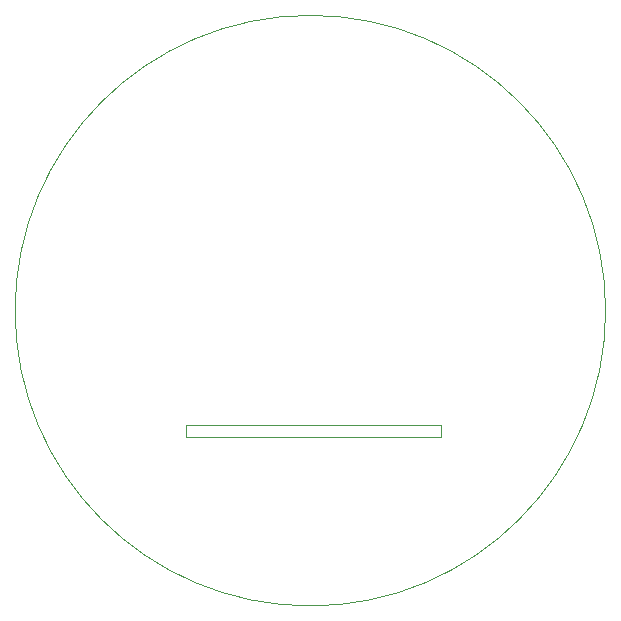
<source format=gbr>
%TF.GenerationSoftware,KiCad,Pcbnew,(5.1.10)-1*%
%TF.CreationDate,2021-10-31T13:05:10-04:00*%
%TF.ProjectId,CAN_Gauge,43414e5f-4761-4756-9765-2e6b69636164,rev?*%
%TF.SameCoordinates,Original*%
%TF.FileFunction,Profile,NP*%
%FSLAX46Y46*%
G04 Gerber Fmt 4.6, Leading zero omitted, Abs format (unit mm)*
G04 Created by KiCad (PCBNEW (5.1.10)-1) date 2021-10-31 13:05:10*
%MOMM*%
%LPD*%
G01*
G04 APERTURE LIST*
%TA.AperFunction,Profile*%
%ADD10C,0.100000*%
%TD*%
%TA.AperFunction,Profile*%
%ADD11C,0.050000*%
%TD*%
G04 APERTURE END LIST*
D10*
X144353000Y-104244000D02*
X144353000Y-105260000D01*
X122763000Y-104244000D02*
X144353000Y-104244000D01*
X122763000Y-105260000D02*
X122763000Y-104244000D01*
X144353000Y-105260000D02*
X122763000Y-105260000D01*
D11*
X158304000Y-94592000D02*
G75*
G03*
X158304000Y-94592000I-25000000J0D01*
G01*
M02*

</source>
